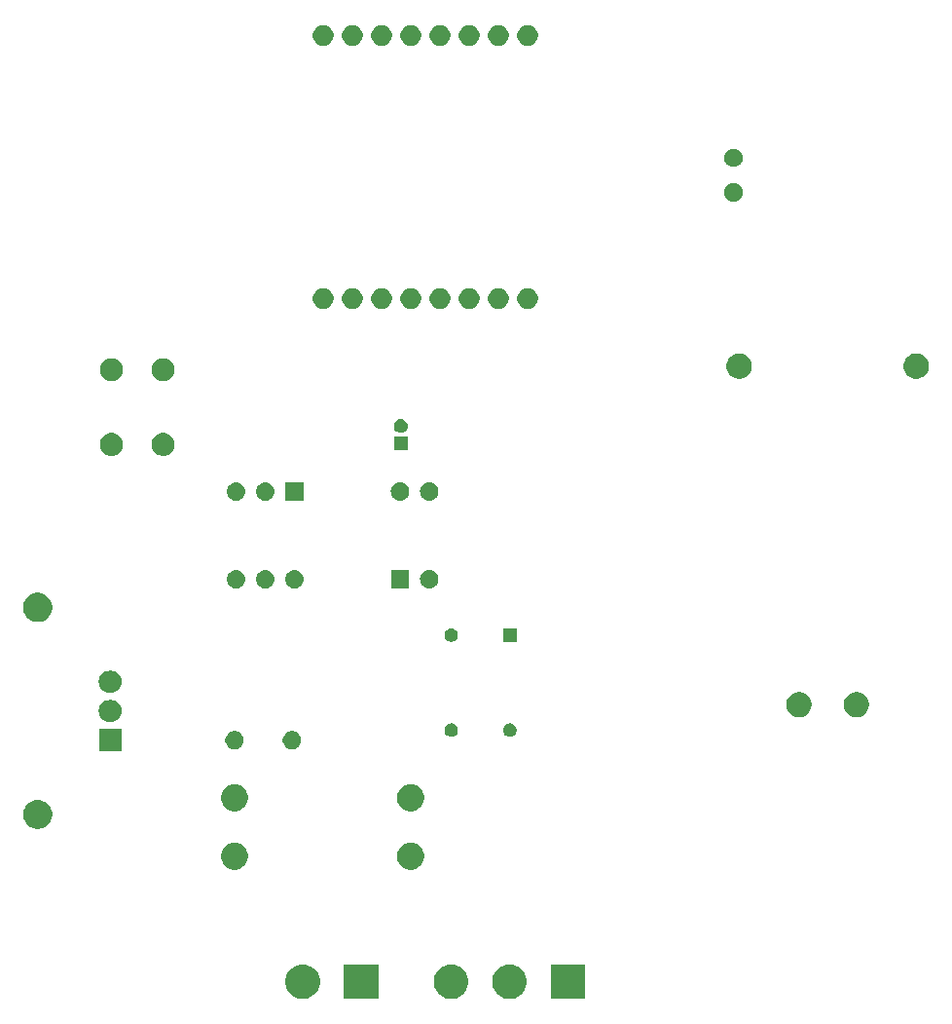
<source format=gbr>
G04 #@! TF.GenerationSoftware,KiCad,Pcbnew,5.0.2+dfsg1-1*
G04 #@! TF.CreationDate,2019-06-14T16:53:16+02:00*
G04 #@! TF.ProjectId,mains-light-controller,6d61696e-732d-46c6-9967-68742d636f6e,v1.0.1*
G04 #@! TF.SameCoordinates,Original*
G04 #@! TF.FileFunction,Soldermask,Bot*
G04 #@! TF.FilePolarity,Negative*
%FSLAX46Y46*%
G04 Gerber Fmt 4.6, Leading zero omitted, Abs format (unit mm)*
G04 Created by KiCad (PCBNEW 5.0.2+dfsg1-1) date fre 14 jun 2019 16:53:16 CEST*
%MOMM*%
%LPD*%
G01*
G04 APERTURE LIST*
%ADD10C,0.100000*%
G04 APERTURE END LIST*
D10*
G36*
X78900000Y-105300000D02*
X75900000Y-105300000D01*
X75900000Y-102300000D01*
X78900000Y-102300000D01*
X78900000Y-105300000D01*
X78900000Y-105300000D01*
G37*
G36*
X60900000Y-105300000D02*
X57900000Y-105300000D01*
X57900000Y-102300000D01*
X60900000Y-102300000D01*
X60900000Y-105300000D01*
X60900000Y-105300000D01*
G37*
G36*
X54660935Y-102338429D02*
X54757534Y-102357644D01*
X55030517Y-102470717D01*
X55272920Y-102632687D01*
X55276197Y-102634876D01*
X55485124Y-102843803D01*
X55649284Y-103089485D01*
X55762356Y-103362467D01*
X55820000Y-103652261D01*
X55820000Y-103947739D01*
X55762356Y-104237533D01*
X55649284Y-104510515D01*
X55485124Y-104756197D01*
X55276197Y-104965124D01*
X55276194Y-104965126D01*
X55030517Y-105129283D01*
X54757534Y-105242356D01*
X54660935Y-105261571D01*
X54467739Y-105300000D01*
X54172261Y-105300000D01*
X53979065Y-105261571D01*
X53882466Y-105242356D01*
X53609483Y-105129283D01*
X53363806Y-104965126D01*
X53363803Y-104965124D01*
X53154876Y-104756197D01*
X52990716Y-104510515D01*
X52877644Y-104237533D01*
X52820000Y-103947739D01*
X52820000Y-103652261D01*
X52877644Y-103362467D01*
X52990716Y-103089485D01*
X53154876Y-102843803D01*
X53363803Y-102634876D01*
X53367080Y-102632687D01*
X53609483Y-102470717D01*
X53882466Y-102357644D01*
X53979065Y-102338429D01*
X54172261Y-102300000D01*
X54467739Y-102300000D01*
X54660935Y-102338429D01*
X54660935Y-102338429D01*
G37*
G36*
X72660935Y-102338429D02*
X72757534Y-102357644D01*
X73030517Y-102470717D01*
X73272920Y-102632687D01*
X73276197Y-102634876D01*
X73485124Y-102843803D01*
X73649284Y-103089485D01*
X73762356Y-103362467D01*
X73820000Y-103652261D01*
X73820000Y-103947739D01*
X73762356Y-104237533D01*
X73649284Y-104510515D01*
X73485124Y-104756197D01*
X73276197Y-104965124D01*
X73276194Y-104965126D01*
X73030517Y-105129283D01*
X72757534Y-105242356D01*
X72660935Y-105261571D01*
X72467739Y-105300000D01*
X72172261Y-105300000D01*
X71979065Y-105261571D01*
X71882466Y-105242356D01*
X71609483Y-105129283D01*
X71363806Y-104965126D01*
X71363803Y-104965124D01*
X71154876Y-104756197D01*
X70990716Y-104510515D01*
X70877644Y-104237533D01*
X70820000Y-103947739D01*
X70820000Y-103652261D01*
X70877644Y-103362467D01*
X70990716Y-103089485D01*
X71154876Y-102843803D01*
X71363803Y-102634876D01*
X71367080Y-102632687D01*
X71609483Y-102470717D01*
X71882466Y-102357644D01*
X71979065Y-102338429D01*
X72172261Y-102300000D01*
X72467739Y-102300000D01*
X72660935Y-102338429D01*
X72660935Y-102338429D01*
G37*
G36*
X67580935Y-102338429D02*
X67677534Y-102357644D01*
X67950517Y-102470717D01*
X68192920Y-102632687D01*
X68196197Y-102634876D01*
X68405124Y-102843803D01*
X68569284Y-103089485D01*
X68682356Y-103362467D01*
X68740000Y-103652261D01*
X68740000Y-103947739D01*
X68682356Y-104237533D01*
X68569284Y-104510515D01*
X68405124Y-104756197D01*
X68196197Y-104965124D01*
X68196194Y-104965126D01*
X67950517Y-105129283D01*
X67677534Y-105242356D01*
X67580935Y-105261571D01*
X67387739Y-105300000D01*
X67092261Y-105300000D01*
X66899065Y-105261571D01*
X66802466Y-105242356D01*
X66529483Y-105129283D01*
X66283806Y-104965126D01*
X66283803Y-104965124D01*
X66074876Y-104756197D01*
X65910716Y-104510515D01*
X65797644Y-104237533D01*
X65740000Y-103947739D01*
X65740000Y-103652261D01*
X65797644Y-103362467D01*
X65910716Y-103089485D01*
X66074876Y-102843803D01*
X66283803Y-102634876D01*
X66287080Y-102632687D01*
X66529483Y-102470717D01*
X66802466Y-102357644D01*
X66899065Y-102338429D01*
X67092261Y-102300000D01*
X67387739Y-102300000D01*
X67580935Y-102338429D01*
X67580935Y-102338429D01*
G37*
G36*
X48742732Y-91750154D02*
X48742734Y-91750155D01*
X48742735Y-91750155D01*
X48821725Y-91782874D01*
X48956572Y-91838729D01*
X49149022Y-91967320D01*
X49312680Y-92130978D01*
X49441271Y-92323428D01*
X49529846Y-92537268D01*
X49575000Y-92764271D01*
X49575000Y-92995729D01*
X49529846Y-93222732D01*
X49441271Y-93436572D01*
X49312680Y-93629022D01*
X49149022Y-93792680D01*
X48956572Y-93921271D01*
X48821725Y-93977126D01*
X48742735Y-94009845D01*
X48742734Y-94009845D01*
X48742732Y-94009846D01*
X48515729Y-94055000D01*
X48284271Y-94055000D01*
X48057268Y-94009846D01*
X48057266Y-94009845D01*
X48057265Y-94009845D01*
X47978275Y-93977126D01*
X47843428Y-93921271D01*
X47650978Y-93792680D01*
X47487320Y-93629022D01*
X47358729Y-93436572D01*
X47270154Y-93222732D01*
X47225000Y-92995729D01*
X47225000Y-92764271D01*
X47270154Y-92537268D01*
X47358729Y-92323428D01*
X47487320Y-92130978D01*
X47650978Y-91967320D01*
X47843428Y-91838729D01*
X47978275Y-91782874D01*
X48057265Y-91750155D01*
X48057266Y-91750155D01*
X48057268Y-91750154D01*
X48284271Y-91705000D01*
X48515729Y-91705000D01*
X48742732Y-91750154D01*
X48742732Y-91750154D01*
G37*
G36*
X64062732Y-91750154D02*
X64062734Y-91750155D01*
X64062735Y-91750155D01*
X64141725Y-91782874D01*
X64276572Y-91838729D01*
X64469022Y-91967320D01*
X64632680Y-92130978D01*
X64761271Y-92323428D01*
X64849846Y-92537268D01*
X64895000Y-92764271D01*
X64895000Y-92995729D01*
X64849846Y-93222732D01*
X64761271Y-93436572D01*
X64632680Y-93629022D01*
X64469022Y-93792680D01*
X64276572Y-93921271D01*
X64141725Y-93977126D01*
X64062735Y-94009845D01*
X64062734Y-94009845D01*
X64062732Y-94009846D01*
X63835729Y-94055000D01*
X63604271Y-94055000D01*
X63377268Y-94009846D01*
X63377266Y-94009845D01*
X63377265Y-94009845D01*
X63298275Y-93977126D01*
X63163428Y-93921271D01*
X62970978Y-93792680D01*
X62807320Y-93629022D01*
X62678729Y-93436572D01*
X62590154Y-93222732D01*
X62545000Y-92995729D01*
X62545000Y-92764271D01*
X62590154Y-92537268D01*
X62678729Y-92323428D01*
X62807320Y-92130978D01*
X62970978Y-91967320D01*
X63163428Y-91838729D01*
X63298275Y-91782874D01*
X63377265Y-91750155D01*
X63377266Y-91750155D01*
X63377268Y-91750154D01*
X63604271Y-91705000D01*
X63835729Y-91705000D01*
X64062732Y-91750154D01*
X64062732Y-91750154D01*
G37*
G36*
X31576839Y-88030332D02*
X31658111Y-88046498D01*
X31887780Y-88141630D01*
X32093084Y-88278810D01*
X32094480Y-88279743D01*
X32270256Y-88455519D01*
X32270258Y-88455522D01*
X32408369Y-88662219D01*
X32503501Y-88891888D01*
X32551999Y-89135704D01*
X32551999Y-89384296D01*
X32503501Y-89628112D01*
X32408369Y-89857781D01*
X32271189Y-90063085D01*
X32270256Y-90064481D01*
X32094480Y-90240257D01*
X32094477Y-90240259D01*
X31887780Y-90378370D01*
X31658111Y-90473502D01*
X31576839Y-90489668D01*
X31414297Y-90522000D01*
X31165701Y-90522000D01*
X31003159Y-90489668D01*
X30921887Y-90473502D01*
X30692218Y-90378370D01*
X30485521Y-90240259D01*
X30485518Y-90240257D01*
X30309742Y-90064481D01*
X30308809Y-90063085D01*
X30171629Y-89857781D01*
X30076497Y-89628112D01*
X30027999Y-89384296D01*
X30027999Y-89135704D01*
X30076497Y-88891888D01*
X30171629Y-88662219D01*
X30309740Y-88455522D01*
X30309742Y-88455519D01*
X30485518Y-88279743D01*
X30486914Y-88278810D01*
X30692218Y-88141630D01*
X30921887Y-88046498D01*
X31003159Y-88030332D01*
X31165701Y-87998000D01*
X31414297Y-87998000D01*
X31576839Y-88030332D01*
X31576839Y-88030332D01*
G37*
G36*
X64062732Y-86670154D02*
X64062734Y-86670155D01*
X64062735Y-86670155D01*
X64141725Y-86702874D01*
X64276572Y-86758729D01*
X64469022Y-86887320D01*
X64632680Y-87050978D01*
X64761271Y-87243428D01*
X64849846Y-87457268D01*
X64895000Y-87684271D01*
X64895000Y-87915729D01*
X64849846Y-88142732D01*
X64761271Y-88356572D01*
X64632680Y-88549022D01*
X64469022Y-88712680D01*
X64276572Y-88841271D01*
X64154371Y-88891888D01*
X64062735Y-88929845D01*
X64062734Y-88929845D01*
X64062732Y-88929846D01*
X63835729Y-88975000D01*
X63604271Y-88975000D01*
X63377268Y-88929846D01*
X63377266Y-88929845D01*
X63377265Y-88929845D01*
X63285629Y-88891888D01*
X63163428Y-88841271D01*
X62970978Y-88712680D01*
X62807320Y-88549022D01*
X62678729Y-88356572D01*
X62590154Y-88142732D01*
X62545000Y-87915729D01*
X62545000Y-87684271D01*
X62590154Y-87457268D01*
X62678729Y-87243428D01*
X62807320Y-87050978D01*
X62970978Y-86887320D01*
X63163428Y-86758729D01*
X63298275Y-86702874D01*
X63377265Y-86670155D01*
X63377266Y-86670155D01*
X63377268Y-86670154D01*
X63604271Y-86625000D01*
X63835729Y-86625000D01*
X64062732Y-86670154D01*
X64062732Y-86670154D01*
G37*
G36*
X48742732Y-86670154D02*
X48742734Y-86670155D01*
X48742735Y-86670155D01*
X48821725Y-86702874D01*
X48956572Y-86758729D01*
X49149022Y-86887320D01*
X49312680Y-87050978D01*
X49441271Y-87243428D01*
X49529846Y-87457268D01*
X49575000Y-87684271D01*
X49575000Y-87915729D01*
X49529846Y-88142732D01*
X49441271Y-88356572D01*
X49312680Y-88549022D01*
X49149022Y-88712680D01*
X48956572Y-88841271D01*
X48834371Y-88891888D01*
X48742735Y-88929845D01*
X48742734Y-88929845D01*
X48742732Y-88929846D01*
X48515729Y-88975000D01*
X48284271Y-88975000D01*
X48057268Y-88929846D01*
X48057266Y-88929845D01*
X48057265Y-88929845D01*
X47965629Y-88891888D01*
X47843428Y-88841271D01*
X47650978Y-88712680D01*
X47487320Y-88549022D01*
X47358729Y-88356572D01*
X47270154Y-88142732D01*
X47225000Y-87915729D01*
X47225000Y-87684271D01*
X47270154Y-87457268D01*
X47358729Y-87243428D01*
X47487320Y-87050978D01*
X47650978Y-86887320D01*
X47843428Y-86758729D01*
X47978275Y-86702874D01*
X48057265Y-86670155D01*
X48057266Y-86670155D01*
X48057268Y-86670154D01*
X48284271Y-86625000D01*
X48515729Y-86625000D01*
X48742732Y-86670154D01*
X48742732Y-86670154D01*
G37*
G36*
X38600000Y-83752500D02*
X36600000Y-83752500D01*
X36600000Y-81847500D01*
X38600000Y-81847500D01*
X38600000Y-83752500D01*
X38600000Y-83752500D01*
G37*
G36*
X53633352Y-82030743D02*
X53778941Y-82091048D01*
X53909973Y-82178601D01*
X54021399Y-82290027D01*
X54108952Y-82421059D01*
X54169257Y-82566648D01*
X54200000Y-82721205D01*
X54200000Y-82878795D01*
X54169257Y-83033352D01*
X54108952Y-83178941D01*
X54021399Y-83309973D01*
X53909973Y-83421399D01*
X53778941Y-83508952D01*
X53633352Y-83569257D01*
X53478795Y-83600000D01*
X53321205Y-83600000D01*
X53166648Y-83569257D01*
X53021059Y-83508952D01*
X52890027Y-83421399D01*
X52778601Y-83309973D01*
X52691048Y-83178941D01*
X52630743Y-83033352D01*
X52600000Y-82878795D01*
X52600000Y-82721205D01*
X52630743Y-82566648D01*
X52691048Y-82421059D01*
X52778601Y-82290027D01*
X52890027Y-82178601D01*
X53021059Y-82091048D01*
X53166648Y-82030743D01*
X53321205Y-82000000D01*
X53478795Y-82000000D01*
X53633352Y-82030743D01*
X53633352Y-82030743D01*
G37*
G36*
X48633352Y-82030743D02*
X48778941Y-82091048D01*
X48909973Y-82178601D01*
X49021399Y-82290027D01*
X49108952Y-82421059D01*
X49169257Y-82566648D01*
X49200000Y-82721205D01*
X49200000Y-82878795D01*
X49169257Y-83033352D01*
X49108952Y-83178941D01*
X49021399Y-83309973D01*
X48909973Y-83421399D01*
X48778941Y-83508952D01*
X48633352Y-83569257D01*
X48478795Y-83600000D01*
X48321205Y-83600000D01*
X48166648Y-83569257D01*
X48021059Y-83508952D01*
X47890027Y-83421399D01*
X47778601Y-83309973D01*
X47691048Y-83178941D01*
X47630743Y-83033352D01*
X47600000Y-82878795D01*
X47600000Y-82721205D01*
X47630743Y-82566648D01*
X47691048Y-82421059D01*
X47778601Y-82290027D01*
X47890027Y-82178601D01*
X48021059Y-82091048D01*
X48166648Y-82030743D01*
X48321205Y-82000000D01*
X48478795Y-82000000D01*
X48633352Y-82030743D01*
X48633352Y-82030743D01*
G37*
G36*
X67419180Y-81367289D02*
X67524734Y-81411011D01*
X67619729Y-81474485D01*
X67700515Y-81555271D01*
X67763989Y-81650266D01*
X67807711Y-81755820D01*
X67830000Y-81867874D01*
X67830000Y-81982126D01*
X67807711Y-82094180D01*
X67763989Y-82199734D01*
X67700515Y-82294729D01*
X67619729Y-82375515D01*
X67524734Y-82438989D01*
X67419180Y-82482711D01*
X67307126Y-82505000D01*
X67192874Y-82505000D01*
X67080820Y-82482711D01*
X66975266Y-82438989D01*
X66880271Y-82375515D01*
X66799485Y-82294729D01*
X66736011Y-82199734D01*
X66692289Y-82094180D01*
X66670000Y-81982126D01*
X66670000Y-81867874D01*
X66692289Y-81755820D01*
X66736011Y-81650266D01*
X66799485Y-81555271D01*
X66880271Y-81474485D01*
X66975266Y-81411011D01*
X67080820Y-81367289D01*
X67192874Y-81345000D01*
X67307126Y-81345000D01*
X67419180Y-81367289D01*
X67419180Y-81367289D01*
G37*
G36*
X72519180Y-81367289D02*
X72624734Y-81411011D01*
X72719729Y-81474485D01*
X72800515Y-81555271D01*
X72863989Y-81650266D01*
X72907711Y-81755820D01*
X72930000Y-81867874D01*
X72930000Y-81982126D01*
X72907711Y-82094180D01*
X72863989Y-82199734D01*
X72800515Y-82294729D01*
X72719729Y-82375515D01*
X72624734Y-82438989D01*
X72519180Y-82482711D01*
X72407126Y-82505000D01*
X72292874Y-82505000D01*
X72180820Y-82482711D01*
X72075266Y-82438989D01*
X71980271Y-82375515D01*
X71899485Y-82294729D01*
X71836011Y-82199734D01*
X71792289Y-82094180D01*
X71770000Y-81982126D01*
X71770000Y-81867874D01*
X71792289Y-81755820D01*
X71836011Y-81650266D01*
X71899485Y-81555271D01*
X71980271Y-81474485D01*
X72075266Y-81411011D01*
X72180820Y-81367289D01*
X72292874Y-81345000D01*
X72407126Y-81345000D01*
X72519180Y-81367289D01*
X72519180Y-81367289D01*
G37*
G36*
X37834224Y-79321282D02*
X38013769Y-79375747D01*
X38179241Y-79464193D01*
X38324278Y-79583222D01*
X38443307Y-79728259D01*
X38531753Y-79893731D01*
X38586218Y-80073276D01*
X38604608Y-80260000D01*
X38586218Y-80446724D01*
X38531753Y-80626269D01*
X38443307Y-80791741D01*
X38324278Y-80936778D01*
X38179241Y-81055807D01*
X38013769Y-81144253D01*
X37834224Y-81198718D01*
X37694289Y-81212500D01*
X37505711Y-81212500D01*
X37365776Y-81198718D01*
X37186231Y-81144253D01*
X37020759Y-81055807D01*
X36875722Y-80936778D01*
X36756693Y-80791741D01*
X36668247Y-80626269D01*
X36613782Y-80446724D01*
X36595392Y-80260000D01*
X36613782Y-80073276D01*
X36668247Y-79893731D01*
X36756693Y-79728259D01*
X36875722Y-79583222D01*
X37020759Y-79464193D01*
X37186231Y-79375747D01*
X37365776Y-79321282D01*
X37505711Y-79307500D01*
X37694289Y-79307500D01*
X37834224Y-79321282D01*
X37834224Y-79321282D01*
G37*
G36*
X97820857Y-78642272D02*
X98021042Y-78725191D01*
X98201213Y-78845578D01*
X98354422Y-78998787D01*
X98474809Y-79178958D01*
X98557728Y-79379143D01*
X98600000Y-79591658D01*
X98600000Y-79808342D01*
X98557728Y-80020857D01*
X98474809Y-80221042D01*
X98354422Y-80401213D01*
X98201213Y-80554422D01*
X98021042Y-80674809D01*
X97820857Y-80757728D01*
X97608342Y-80800000D01*
X97391658Y-80800000D01*
X97179143Y-80757728D01*
X96978958Y-80674809D01*
X96798787Y-80554422D01*
X96645578Y-80401213D01*
X96525191Y-80221042D01*
X96442272Y-80020857D01*
X96400000Y-79808342D01*
X96400000Y-79591658D01*
X96442272Y-79379143D01*
X96525191Y-79178958D01*
X96645578Y-78998787D01*
X96798787Y-78845578D01*
X96978958Y-78725191D01*
X97179143Y-78642272D01*
X97391658Y-78600000D01*
X97608342Y-78600000D01*
X97820857Y-78642272D01*
X97820857Y-78642272D01*
G37*
G36*
X102820857Y-78642272D02*
X103021042Y-78725191D01*
X103201213Y-78845578D01*
X103354422Y-78998787D01*
X103474809Y-79178958D01*
X103557728Y-79379143D01*
X103600000Y-79591658D01*
X103600000Y-79808342D01*
X103557728Y-80020857D01*
X103474809Y-80221042D01*
X103354422Y-80401213D01*
X103201213Y-80554422D01*
X103021042Y-80674809D01*
X102820857Y-80757728D01*
X102608342Y-80800000D01*
X102391658Y-80800000D01*
X102179143Y-80757728D01*
X101978958Y-80674809D01*
X101798787Y-80554422D01*
X101645578Y-80401213D01*
X101525191Y-80221042D01*
X101442272Y-80020857D01*
X101400000Y-79808342D01*
X101400000Y-79591658D01*
X101442272Y-79379143D01*
X101525191Y-79178958D01*
X101645578Y-78998787D01*
X101798787Y-78845578D01*
X101978958Y-78725191D01*
X102179143Y-78642272D01*
X102391658Y-78600000D01*
X102608342Y-78600000D01*
X102820857Y-78642272D01*
X102820857Y-78642272D01*
G37*
G36*
X37834224Y-76781282D02*
X38013769Y-76835747D01*
X38179241Y-76924193D01*
X38324278Y-77043222D01*
X38443307Y-77188259D01*
X38531753Y-77353731D01*
X38586218Y-77533276D01*
X38604608Y-77720000D01*
X38586218Y-77906724D01*
X38531753Y-78086269D01*
X38443307Y-78251741D01*
X38324278Y-78396778D01*
X38179241Y-78515807D01*
X38013769Y-78604253D01*
X37834224Y-78658718D01*
X37694289Y-78672500D01*
X37505711Y-78672500D01*
X37365776Y-78658718D01*
X37186231Y-78604253D01*
X37020759Y-78515807D01*
X36875722Y-78396778D01*
X36756693Y-78251741D01*
X36668247Y-78086269D01*
X36613782Y-77906724D01*
X36595392Y-77720000D01*
X36613782Y-77533276D01*
X36668247Y-77353731D01*
X36756693Y-77188259D01*
X36875722Y-77043222D01*
X37020759Y-76924193D01*
X37186231Y-76835747D01*
X37365776Y-76781282D01*
X37505711Y-76767500D01*
X37694289Y-76767500D01*
X37834224Y-76781282D01*
X37834224Y-76781282D01*
G37*
G36*
X67419180Y-73117289D02*
X67524734Y-73161011D01*
X67619729Y-73224485D01*
X67700515Y-73305271D01*
X67763989Y-73400266D01*
X67807711Y-73505820D01*
X67830000Y-73617874D01*
X67830000Y-73732126D01*
X67807711Y-73844180D01*
X67763989Y-73949734D01*
X67700515Y-74044729D01*
X67619729Y-74125515D01*
X67524734Y-74188989D01*
X67419180Y-74232711D01*
X67307126Y-74255000D01*
X67192874Y-74255000D01*
X67080820Y-74232711D01*
X66975266Y-74188989D01*
X66880271Y-74125515D01*
X66799485Y-74044729D01*
X66736011Y-73949734D01*
X66692289Y-73844180D01*
X66670000Y-73732126D01*
X66670000Y-73617874D01*
X66692289Y-73505820D01*
X66736011Y-73400266D01*
X66799485Y-73305271D01*
X66880271Y-73224485D01*
X66975266Y-73161011D01*
X67080820Y-73117289D01*
X67192874Y-73095000D01*
X67307126Y-73095000D01*
X67419180Y-73117289D01*
X67419180Y-73117289D01*
G37*
G36*
X72930000Y-74255000D02*
X71770000Y-74255000D01*
X71770000Y-73095000D01*
X72930000Y-73095000D01*
X72930000Y-74255000D01*
X72930000Y-74255000D01*
G37*
G36*
X31576840Y-70030332D02*
X31658112Y-70046498D01*
X31887781Y-70141630D01*
X32093085Y-70278810D01*
X32094481Y-70279743D01*
X32270257Y-70455519D01*
X32270259Y-70455522D01*
X32408370Y-70662219D01*
X32503502Y-70891888D01*
X32552000Y-71135704D01*
X32552000Y-71384296D01*
X32503502Y-71628112D01*
X32408370Y-71857781D01*
X32271190Y-72063085D01*
X32270257Y-72064481D01*
X32094481Y-72240257D01*
X32094478Y-72240259D01*
X31887781Y-72378370D01*
X31658112Y-72473502D01*
X31576840Y-72489668D01*
X31414298Y-72522000D01*
X31165702Y-72522000D01*
X31003160Y-72489668D01*
X30921888Y-72473502D01*
X30692219Y-72378370D01*
X30485522Y-72240259D01*
X30485519Y-72240257D01*
X30309743Y-72064481D01*
X30308810Y-72063085D01*
X30171630Y-71857781D01*
X30076498Y-71628112D01*
X30028000Y-71384296D01*
X30028000Y-71135704D01*
X30076498Y-70891888D01*
X30171630Y-70662219D01*
X30309741Y-70455522D01*
X30309743Y-70455519D01*
X30485519Y-70279743D01*
X30486915Y-70278810D01*
X30692219Y-70141630D01*
X30921888Y-70046498D01*
X31003160Y-70030332D01*
X31165702Y-69998000D01*
X31414298Y-69998000D01*
X31576840Y-70030332D01*
X31576840Y-70030332D01*
G37*
G36*
X48637649Y-68027717D02*
X48676827Y-68031576D01*
X48752227Y-68054448D01*
X48827629Y-68077321D01*
X48966608Y-68151608D01*
X49088422Y-68251578D01*
X49188392Y-68373392D01*
X49262679Y-68512371D01*
X49308424Y-68663174D01*
X49323870Y-68820000D01*
X49308424Y-68976826D01*
X49262679Y-69127629D01*
X49188392Y-69266608D01*
X49088422Y-69388422D01*
X48966608Y-69488392D01*
X48827629Y-69562679D01*
X48752228Y-69585551D01*
X48676827Y-69608424D01*
X48637649Y-69612283D01*
X48559295Y-69620000D01*
X48480705Y-69620000D01*
X48402351Y-69612283D01*
X48363173Y-69608424D01*
X48287772Y-69585551D01*
X48212371Y-69562679D01*
X48073392Y-69488392D01*
X47951578Y-69388422D01*
X47851608Y-69266608D01*
X47777321Y-69127629D01*
X47731576Y-68976826D01*
X47716130Y-68820000D01*
X47731576Y-68663174D01*
X47777321Y-68512371D01*
X47851608Y-68373392D01*
X47951578Y-68251578D01*
X48073392Y-68151608D01*
X48212371Y-68077321D01*
X48287773Y-68054448D01*
X48363173Y-68031576D01*
X48402351Y-68027717D01*
X48480705Y-68020000D01*
X48559295Y-68020000D01*
X48637649Y-68027717D01*
X48637649Y-68027717D01*
G37*
G36*
X51177649Y-68027717D02*
X51216827Y-68031576D01*
X51292227Y-68054448D01*
X51367629Y-68077321D01*
X51506608Y-68151608D01*
X51628422Y-68251578D01*
X51728392Y-68373392D01*
X51802679Y-68512371D01*
X51848424Y-68663174D01*
X51863870Y-68820000D01*
X51848424Y-68976826D01*
X51802679Y-69127629D01*
X51728392Y-69266608D01*
X51628422Y-69388422D01*
X51506608Y-69488392D01*
X51367629Y-69562679D01*
X51292228Y-69585551D01*
X51216827Y-69608424D01*
X51177649Y-69612283D01*
X51099295Y-69620000D01*
X51020705Y-69620000D01*
X50942351Y-69612283D01*
X50903173Y-69608424D01*
X50827772Y-69585551D01*
X50752371Y-69562679D01*
X50613392Y-69488392D01*
X50491578Y-69388422D01*
X50391608Y-69266608D01*
X50317321Y-69127629D01*
X50271576Y-68976826D01*
X50256130Y-68820000D01*
X50271576Y-68663174D01*
X50317321Y-68512371D01*
X50391608Y-68373392D01*
X50491578Y-68251578D01*
X50613392Y-68151608D01*
X50752371Y-68077321D01*
X50827773Y-68054448D01*
X50903173Y-68031576D01*
X50942351Y-68027717D01*
X51020705Y-68020000D01*
X51099295Y-68020000D01*
X51177649Y-68027717D01*
X51177649Y-68027717D01*
G37*
G36*
X53717649Y-68027717D02*
X53756827Y-68031576D01*
X53832227Y-68054448D01*
X53907629Y-68077321D01*
X54046608Y-68151608D01*
X54168422Y-68251578D01*
X54268392Y-68373392D01*
X54342679Y-68512371D01*
X54388424Y-68663174D01*
X54403870Y-68820000D01*
X54388424Y-68976826D01*
X54342679Y-69127629D01*
X54268392Y-69266608D01*
X54168422Y-69388422D01*
X54046608Y-69488392D01*
X53907629Y-69562679D01*
X53832228Y-69585551D01*
X53756827Y-69608424D01*
X53717649Y-69612283D01*
X53639295Y-69620000D01*
X53560705Y-69620000D01*
X53482351Y-69612283D01*
X53443173Y-69608424D01*
X53367772Y-69585551D01*
X53292371Y-69562679D01*
X53153392Y-69488392D01*
X53031578Y-69388422D01*
X52931608Y-69266608D01*
X52857321Y-69127629D01*
X52811576Y-68976826D01*
X52796130Y-68820000D01*
X52811576Y-68663174D01*
X52857321Y-68512371D01*
X52931608Y-68373392D01*
X53031578Y-68251578D01*
X53153392Y-68151608D01*
X53292371Y-68077321D01*
X53367773Y-68054448D01*
X53443173Y-68031576D01*
X53482351Y-68027717D01*
X53560705Y-68020000D01*
X53639295Y-68020000D01*
X53717649Y-68027717D01*
X53717649Y-68027717D01*
G37*
G36*
X65457649Y-68007717D02*
X65496827Y-68011576D01*
X65524597Y-68020000D01*
X65647629Y-68057321D01*
X65786608Y-68131608D01*
X65908422Y-68231578D01*
X66008392Y-68353392D01*
X66082679Y-68492371D01*
X66128424Y-68643174D01*
X66143870Y-68800000D01*
X66128424Y-68956826D01*
X66082679Y-69107629D01*
X66008392Y-69246608D01*
X65908422Y-69368422D01*
X65786608Y-69468392D01*
X65647629Y-69542679D01*
X65581697Y-69562679D01*
X65496827Y-69588424D01*
X65457649Y-69592283D01*
X65379295Y-69600000D01*
X65300705Y-69600000D01*
X65222351Y-69592283D01*
X65183173Y-69588424D01*
X65098303Y-69562679D01*
X65032371Y-69542679D01*
X64893392Y-69468392D01*
X64771578Y-69368422D01*
X64671608Y-69246608D01*
X64597321Y-69107629D01*
X64551576Y-68956826D01*
X64536130Y-68800000D01*
X64551576Y-68643174D01*
X64597321Y-68492371D01*
X64671608Y-68353392D01*
X64771578Y-68231578D01*
X64893392Y-68131608D01*
X65032371Y-68057321D01*
X65155403Y-68020000D01*
X65183173Y-68011576D01*
X65222351Y-68007717D01*
X65300705Y-68000000D01*
X65379295Y-68000000D01*
X65457649Y-68007717D01*
X65457649Y-68007717D01*
G37*
G36*
X63600000Y-69600000D02*
X62000000Y-69600000D01*
X62000000Y-68000000D01*
X63600000Y-68000000D01*
X63600000Y-69600000D01*
X63600000Y-69600000D01*
G37*
G36*
X48637649Y-60407717D02*
X48676827Y-60411576D01*
X48752227Y-60434448D01*
X48827629Y-60457321D01*
X48966608Y-60531608D01*
X49088422Y-60631578D01*
X49188392Y-60753392D01*
X49262679Y-60892371D01*
X49308424Y-61043174D01*
X49323870Y-61200000D01*
X49308424Y-61356826D01*
X49262679Y-61507629D01*
X49188392Y-61646608D01*
X49088422Y-61768422D01*
X48966608Y-61868392D01*
X48827629Y-61942679D01*
X48752228Y-61965551D01*
X48676827Y-61988424D01*
X48637649Y-61992283D01*
X48559295Y-62000000D01*
X48480705Y-62000000D01*
X48402351Y-61992283D01*
X48363173Y-61988424D01*
X48287772Y-61965551D01*
X48212371Y-61942679D01*
X48073392Y-61868392D01*
X47951578Y-61768422D01*
X47851608Y-61646608D01*
X47777321Y-61507629D01*
X47731576Y-61356826D01*
X47716130Y-61200000D01*
X47731576Y-61043174D01*
X47777321Y-60892371D01*
X47851608Y-60753392D01*
X47951578Y-60631578D01*
X48073392Y-60531608D01*
X48212371Y-60457321D01*
X48287773Y-60434448D01*
X48363173Y-60411576D01*
X48402351Y-60407717D01*
X48480705Y-60400000D01*
X48559295Y-60400000D01*
X48637649Y-60407717D01*
X48637649Y-60407717D01*
G37*
G36*
X51177649Y-60407717D02*
X51216827Y-60411576D01*
X51292227Y-60434448D01*
X51367629Y-60457321D01*
X51506608Y-60531608D01*
X51628422Y-60631578D01*
X51728392Y-60753392D01*
X51802679Y-60892371D01*
X51848424Y-61043174D01*
X51863870Y-61200000D01*
X51848424Y-61356826D01*
X51802679Y-61507629D01*
X51728392Y-61646608D01*
X51628422Y-61768422D01*
X51506608Y-61868392D01*
X51367629Y-61942679D01*
X51292228Y-61965551D01*
X51216827Y-61988424D01*
X51177649Y-61992283D01*
X51099295Y-62000000D01*
X51020705Y-62000000D01*
X50942351Y-61992283D01*
X50903173Y-61988424D01*
X50827772Y-61965551D01*
X50752371Y-61942679D01*
X50613392Y-61868392D01*
X50491578Y-61768422D01*
X50391608Y-61646608D01*
X50317321Y-61507629D01*
X50271576Y-61356826D01*
X50256130Y-61200000D01*
X50271576Y-61043174D01*
X50317321Y-60892371D01*
X50391608Y-60753392D01*
X50491578Y-60631578D01*
X50613392Y-60531608D01*
X50752371Y-60457321D01*
X50827773Y-60434448D01*
X50903173Y-60411576D01*
X50942351Y-60407717D01*
X51020705Y-60400000D01*
X51099295Y-60400000D01*
X51177649Y-60407717D01*
X51177649Y-60407717D01*
G37*
G36*
X54400000Y-62000000D02*
X52800000Y-62000000D01*
X52800000Y-60400000D01*
X54400000Y-60400000D01*
X54400000Y-62000000D01*
X54400000Y-62000000D01*
G37*
G36*
X65457649Y-60387717D02*
X65496827Y-60391576D01*
X65524597Y-60400000D01*
X65647629Y-60437321D01*
X65786608Y-60511608D01*
X65908422Y-60611578D01*
X66008392Y-60733392D01*
X66082679Y-60872371D01*
X66128424Y-61023174D01*
X66143870Y-61180000D01*
X66128424Y-61336826D01*
X66082679Y-61487629D01*
X66008392Y-61626608D01*
X65908422Y-61748422D01*
X65786608Y-61848392D01*
X65647629Y-61922679D01*
X65581697Y-61942679D01*
X65496827Y-61968424D01*
X65457649Y-61972283D01*
X65379295Y-61980000D01*
X65300705Y-61980000D01*
X65222351Y-61972283D01*
X65183173Y-61968424D01*
X65098303Y-61942679D01*
X65032371Y-61922679D01*
X64893392Y-61848392D01*
X64771578Y-61748422D01*
X64671608Y-61626608D01*
X64597321Y-61487629D01*
X64551576Y-61336826D01*
X64536130Y-61180000D01*
X64551576Y-61023174D01*
X64597321Y-60872371D01*
X64671608Y-60733392D01*
X64771578Y-60611578D01*
X64893392Y-60511608D01*
X65032371Y-60437321D01*
X65155403Y-60400000D01*
X65183173Y-60391576D01*
X65222351Y-60387717D01*
X65300705Y-60380000D01*
X65379295Y-60380000D01*
X65457649Y-60387717D01*
X65457649Y-60387717D01*
G37*
G36*
X62917649Y-60387717D02*
X62956827Y-60391576D01*
X62984597Y-60400000D01*
X63107629Y-60437321D01*
X63246608Y-60511608D01*
X63368422Y-60611578D01*
X63468392Y-60733392D01*
X63542679Y-60872371D01*
X63588424Y-61023174D01*
X63603870Y-61180000D01*
X63588424Y-61336826D01*
X63542679Y-61487629D01*
X63468392Y-61626608D01*
X63368422Y-61748422D01*
X63246608Y-61848392D01*
X63107629Y-61922679D01*
X63041697Y-61942679D01*
X62956827Y-61968424D01*
X62917649Y-61972283D01*
X62839295Y-61980000D01*
X62760705Y-61980000D01*
X62682351Y-61972283D01*
X62643173Y-61968424D01*
X62558303Y-61942679D01*
X62492371Y-61922679D01*
X62353392Y-61848392D01*
X62231578Y-61748422D01*
X62131608Y-61626608D01*
X62057321Y-61487629D01*
X62011576Y-61336826D01*
X61996130Y-61180000D01*
X62011576Y-61023174D01*
X62057321Y-60872371D01*
X62131608Y-60733392D01*
X62231578Y-60611578D01*
X62353392Y-60511608D01*
X62492371Y-60437321D01*
X62615403Y-60400000D01*
X62643173Y-60391576D01*
X62682351Y-60387717D01*
X62760705Y-60380000D01*
X62839295Y-60380000D01*
X62917649Y-60387717D01*
X62917649Y-60387717D01*
G37*
G36*
X37875770Y-56115372D02*
X37991689Y-56138429D01*
X38173678Y-56213811D01*
X38337463Y-56323249D01*
X38476751Y-56462537D01*
X38586189Y-56626322D01*
X38661571Y-56808311D01*
X38700000Y-57001509D01*
X38700000Y-57198491D01*
X38661571Y-57391689D01*
X38586189Y-57573678D01*
X38476751Y-57737463D01*
X38337463Y-57876751D01*
X38173678Y-57986189D01*
X37991689Y-58061571D01*
X37875770Y-58084628D01*
X37798493Y-58100000D01*
X37601507Y-58100000D01*
X37524230Y-58084628D01*
X37408311Y-58061571D01*
X37226322Y-57986189D01*
X37062537Y-57876751D01*
X36923249Y-57737463D01*
X36813811Y-57573678D01*
X36738429Y-57391689D01*
X36700000Y-57198491D01*
X36700000Y-57001509D01*
X36738429Y-56808311D01*
X36813811Y-56626322D01*
X36923249Y-56462537D01*
X37062537Y-56323249D01*
X37226322Y-56213811D01*
X37408311Y-56138429D01*
X37524230Y-56115372D01*
X37601507Y-56100000D01*
X37798493Y-56100000D01*
X37875770Y-56115372D01*
X37875770Y-56115372D01*
G37*
G36*
X42375770Y-56115372D02*
X42491689Y-56138429D01*
X42673678Y-56213811D01*
X42837463Y-56323249D01*
X42976751Y-56462537D01*
X43086189Y-56626322D01*
X43161571Y-56808311D01*
X43200000Y-57001509D01*
X43200000Y-57198491D01*
X43161571Y-57391689D01*
X43086189Y-57573678D01*
X42976751Y-57737463D01*
X42837463Y-57876751D01*
X42673678Y-57986189D01*
X42491689Y-58061571D01*
X42375770Y-58084628D01*
X42298493Y-58100000D01*
X42101507Y-58100000D01*
X42024230Y-58084628D01*
X41908311Y-58061571D01*
X41726322Y-57986189D01*
X41562537Y-57876751D01*
X41423249Y-57737463D01*
X41313811Y-57573678D01*
X41238429Y-57391689D01*
X41200000Y-57198491D01*
X41200000Y-57001509D01*
X41238429Y-56808311D01*
X41313811Y-56626322D01*
X41423249Y-56462537D01*
X41562537Y-56323249D01*
X41726322Y-56213811D01*
X41908311Y-56138429D01*
X42024230Y-56115372D01*
X42101507Y-56100000D01*
X42298493Y-56100000D01*
X42375770Y-56115372D01*
X42375770Y-56115372D01*
G37*
G36*
X63465000Y-57600000D02*
X62265000Y-57600000D01*
X62265000Y-56400000D01*
X63465000Y-56400000D01*
X63465000Y-57600000D01*
X63465000Y-57600000D01*
G37*
G36*
X63040012Y-54923057D02*
X63149207Y-54968287D01*
X63247481Y-55033952D01*
X63331048Y-55117519D01*
X63396713Y-55215793D01*
X63441943Y-55324988D01*
X63465000Y-55440904D01*
X63465000Y-55559096D01*
X63441943Y-55675012D01*
X63396713Y-55784207D01*
X63331048Y-55882481D01*
X63247481Y-55966048D01*
X63149207Y-56031713D01*
X63040012Y-56076943D01*
X62924096Y-56100000D01*
X62805904Y-56100000D01*
X62689988Y-56076943D01*
X62580793Y-56031713D01*
X62482519Y-55966048D01*
X62398952Y-55882481D01*
X62333287Y-55784207D01*
X62288057Y-55675012D01*
X62265000Y-55559096D01*
X62265000Y-55440904D01*
X62288057Y-55324988D01*
X62333287Y-55215793D01*
X62398952Y-55117519D01*
X62482519Y-55033952D01*
X62580793Y-54968287D01*
X62689988Y-54923057D01*
X62805904Y-54900000D01*
X62924096Y-54900000D01*
X63040012Y-54923057D01*
X63040012Y-54923057D01*
G37*
G36*
X42375770Y-49615372D02*
X42491689Y-49638429D01*
X42673678Y-49713811D01*
X42837463Y-49823249D01*
X42976751Y-49962537D01*
X43086189Y-50126322D01*
X43161571Y-50308311D01*
X43200000Y-50501509D01*
X43200000Y-50698491D01*
X43161571Y-50891689D01*
X43086189Y-51073678D01*
X42976751Y-51237463D01*
X42837463Y-51376751D01*
X42673678Y-51486189D01*
X42491689Y-51561571D01*
X42375770Y-51584628D01*
X42298493Y-51600000D01*
X42101507Y-51600000D01*
X42024230Y-51584628D01*
X41908311Y-51561571D01*
X41726322Y-51486189D01*
X41562537Y-51376751D01*
X41423249Y-51237463D01*
X41313811Y-51073678D01*
X41238429Y-50891689D01*
X41200000Y-50698491D01*
X41200000Y-50501509D01*
X41238429Y-50308311D01*
X41313811Y-50126322D01*
X41423249Y-49962537D01*
X41562537Y-49823249D01*
X41726322Y-49713811D01*
X41908311Y-49638429D01*
X42024230Y-49615372D01*
X42101507Y-49600000D01*
X42298493Y-49600000D01*
X42375770Y-49615372D01*
X42375770Y-49615372D01*
G37*
G36*
X37875770Y-49615372D02*
X37991689Y-49638429D01*
X38173678Y-49713811D01*
X38337463Y-49823249D01*
X38476751Y-49962537D01*
X38586189Y-50126322D01*
X38661571Y-50308311D01*
X38700000Y-50501509D01*
X38700000Y-50698491D01*
X38661571Y-50891689D01*
X38586189Y-51073678D01*
X38476751Y-51237463D01*
X38337463Y-51376751D01*
X38173678Y-51486189D01*
X37991689Y-51561571D01*
X37875770Y-51584628D01*
X37798493Y-51600000D01*
X37601507Y-51600000D01*
X37524230Y-51584628D01*
X37408311Y-51561571D01*
X37226322Y-51486189D01*
X37062537Y-51376751D01*
X36923249Y-51237463D01*
X36813811Y-51073678D01*
X36738429Y-50891689D01*
X36700000Y-50698491D01*
X36700000Y-50501509D01*
X36738429Y-50308311D01*
X36813811Y-50126322D01*
X36923249Y-49962537D01*
X37062537Y-49823249D01*
X37226322Y-49713811D01*
X37408311Y-49638429D01*
X37524230Y-49615372D01*
X37601507Y-49600000D01*
X37798493Y-49600000D01*
X37875770Y-49615372D01*
X37875770Y-49615372D01*
G37*
G36*
X108020857Y-49242272D02*
X108221042Y-49325191D01*
X108401213Y-49445578D01*
X108554422Y-49598787D01*
X108674809Y-49778958D01*
X108757728Y-49979143D01*
X108800000Y-50191658D01*
X108800000Y-50408342D01*
X108757728Y-50620857D01*
X108674809Y-50821042D01*
X108554422Y-51001213D01*
X108401213Y-51154422D01*
X108401210Y-51154424D01*
X108401209Y-51154425D01*
X108221045Y-51274807D01*
X108221042Y-51274809D01*
X108020857Y-51357728D01*
X107808342Y-51400000D01*
X107591658Y-51400000D01*
X107379143Y-51357728D01*
X107178958Y-51274809D01*
X107178955Y-51274807D01*
X106998791Y-51154425D01*
X106998790Y-51154424D01*
X106998787Y-51154422D01*
X106845578Y-51001213D01*
X106725191Y-50821042D01*
X106642272Y-50620857D01*
X106600000Y-50408342D01*
X106600000Y-50191658D01*
X106642272Y-49979143D01*
X106725191Y-49778958D01*
X106845578Y-49598787D01*
X106998787Y-49445578D01*
X107178958Y-49325191D01*
X107379143Y-49242272D01*
X107591658Y-49200000D01*
X107808342Y-49200000D01*
X108020857Y-49242272D01*
X108020857Y-49242272D01*
G37*
G36*
X92620857Y-49242272D02*
X92821042Y-49325191D01*
X93001213Y-49445578D01*
X93154422Y-49598787D01*
X93274809Y-49778958D01*
X93357728Y-49979143D01*
X93400000Y-50191658D01*
X93400000Y-50408342D01*
X93357728Y-50620857D01*
X93274809Y-50821042D01*
X93154422Y-51001213D01*
X93001213Y-51154422D01*
X93001210Y-51154424D01*
X93001209Y-51154425D01*
X92821045Y-51274807D01*
X92821042Y-51274809D01*
X92620857Y-51357728D01*
X92408342Y-51400000D01*
X92191658Y-51400000D01*
X91979143Y-51357728D01*
X91778958Y-51274809D01*
X91778955Y-51274807D01*
X91598791Y-51154425D01*
X91598790Y-51154424D01*
X91598787Y-51154422D01*
X91445578Y-51001213D01*
X91325191Y-50821042D01*
X91242272Y-50620857D01*
X91200000Y-50408342D01*
X91200000Y-50191658D01*
X91242272Y-49979143D01*
X91325191Y-49778958D01*
X91445578Y-49598787D01*
X91598787Y-49445578D01*
X91778958Y-49325191D01*
X91979143Y-49242272D01*
X92191658Y-49200000D01*
X92408342Y-49200000D01*
X92620857Y-49242272D01*
X92620857Y-49242272D01*
G37*
G36*
X69072521Y-43564586D02*
X69236309Y-43632429D01*
X69383720Y-43730926D01*
X69509074Y-43856280D01*
X69607571Y-44003691D01*
X69675414Y-44167479D01*
X69710000Y-44341356D01*
X69710000Y-44518644D01*
X69675414Y-44692521D01*
X69607571Y-44856309D01*
X69509074Y-45003720D01*
X69383720Y-45129074D01*
X69236309Y-45227571D01*
X69072521Y-45295414D01*
X68898644Y-45330000D01*
X68721356Y-45330000D01*
X68547479Y-45295414D01*
X68383691Y-45227571D01*
X68236280Y-45129074D01*
X68110926Y-45003720D01*
X68012429Y-44856309D01*
X67944586Y-44692521D01*
X67910000Y-44518644D01*
X67910000Y-44341356D01*
X67944586Y-44167479D01*
X68012429Y-44003691D01*
X68110926Y-43856280D01*
X68236280Y-43730926D01*
X68383691Y-43632429D01*
X68547479Y-43564586D01*
X68721356Y-43530000D01*
X68898644Y-43530000D01*
X69072521Y-43564586D01*
X69072521Y-43564586D01*
G37*
G36*
X66532521Y-43564586D02*
X66696309Y-43632429D01*
X66843720Y-43730926D01*
X66969074Y-43856280D01*
X67067571Y-44003691D01*
X67135414Y-44167479D01*
X67170000Y-44341356D01*
X67170000Y-44518644D01*
X67135414Y-44692521D01*
X67067571Y-44856309D01*
X66969074Y-45003720D01*
X66843720Y-45129074D01*
X66696309Y-45227571D01*
X66532521Y-45295414D01*
X66358644Y-45330000D01*
X66181356Y-45330000D01*
X66007479Y-45295414D01*
X65843691Y-45227571D01*
X65696280Y-45129074D01*
X65570926Y-45003720D01*
X65472429Y-44856309D01*
X65404586Y-44692521D01*
X65370000Y-44518644D01*
X65370000Y-44341356D01*
X65404586Y-44167479D01*
X65472429Y-44003691D01*
X65570926Y-43856280D01*
X65696280Y-43730926D01*
X65843691Y-43632429D01*
X66007479Y-43564586D01*
X66181356Y-43530000D01*
X66358644Y-43530000D01*
X66532521Y-43564586D01*
X66532521Y-43564586D01*
G37*
G36*
X63992521Y-43564586D02*
X64156309Y-43632429D01*
X64303720Y-43730926D01*
X64429074Y-43856280D01*
X64527571Y-44003691D01*
X64595414Y-44167479D01*
X64630000Y-44341356D01*
X64630000Y-44518644D01*
X64595414Y-44692521D01*
X64527571Y-44856309D01*
X64429074Y-45003720D01*
X64303720Y-45129074D01*
X64156309Y-45227571D01*
X63992521Y-45295414D01*
X63818644Y-45330000D01*
X63641356Y-45330000D01*
X63467479Y-45295414D01*
X63303691Y-45227571D01*
X63156280Y-45129074D01*
X63030926Y-45003720D01*
X62932429Y-44856309D01*
X62864586Y-44692521D01*
X62830000Y-44518644D01*
X62830000Y-44341356D01*
X62864586Y-44167479D01*
X62932429Y-44003691D01*
X63030926Y-43856280D01*
X63156280Y-43730926D01*
X63303691Y-43632429D01*
X63467479Y-43564586D01*
X63641356Y-43530000D01*
X63818644Y-43530000D01*
X63992521Y-43564586D01*
X63992521Y-43564586D01*
G37*
G36*
X58912521Y-43564586D02*
X59076309Y-43632429D01*
X59223720Y-43730926D01*
X59349074Y-43856280D01*
X59447571Y-44003691D01*
X59515414Y-44167479D01*
X59550000Y-44341356D01*
X59550000Y-44518644D01*
X59515414Y-44692521D01*
X59447571Y-44856309D01*
X59349074Y-45003720D01*
X59223720Y-45129074D01*
X59076309Y-45227571D01*
X58912521Y-45295414D01*
X58738644Y-45330000D01*
X58561356Y-45330000D01*
X58387479Y-45295414D01*
X58223691Y-45227571D01*
X58076280Y-45129074D01*
X57950926Y-45003720D01*
X57852429Y-44856309D01*
X57784586Y-44692521D01*
X57750000Y-44518644D01*
X57750000Y-44341356D01*
X57784586Y-44167479D01*
X57852429Y-44003691D01*
X57950926Y-43856280D01*
X58076280Y-43730926D01*
X58223691Y-43632429D01*
X58387479Y-43564586D01*
X58561356Y-43530000D01*
X58738644Y-43530000D01*
X58912521Y-43564586D01*
X58912521Y-43564586D01*
G37*
G36*
X56372521Y-43564586D02*
X56536309Y-43632429D01*
X56683720Y-43730926D01*
X56809074Y-43856280D01*
X56907571Y-44003691D01*
X56975414Y-44167479D01*
X57010000Y-44341356D01*
X57010000Y-44518644D01*
X56975414Y-44692521D01*
X56907571Y-44856309D01*
X56809074Y-45003720D01*
X56683720Y-45129074D01*
X56536309Y-45227571D01*
X56372521Y-45295414D01*
X56198644Y-45330000D01*
X56021356Y-45330000D01*
X55847479Y-45295414D01*
X55683691Y-45227571D01*
X55536280Y-45129074D01*
X55410926Y-45003720D01*
X55312429Y-44856309D01*
X55244586Y-44692521D01*
X55210000Y-44518644D01*
X55210000Y-44341356D01*
X55244586Y-44167479D01*
X55312429Y-44003691D01*
X55410926Y-43856280D01*
X55536280Y-43730926D01*
X55683691Y-43632429D01*
X55847479Y-43564586D01*
X56021356Y-43530000D01*
X56198644Y-43530000D01*
X56372521Y-43564586D01*
X56372521Y-43564586D01*
G37*
G36*
X71612521Y-43564586D02*
X71776309Y-43632429D01*
X71923720Y-43730926D01*
X72049074Y-43856280D01*
X72147571Y-44003691D01*
X72215414Y-44167479D01*
X72250000Y-44341356D01*
X72250000Y-44518644D01*
X72215414Y-44692521D01*
X72147571Y-44856309D01*
X72049074Y-45003720D01*
X71923720Y-45129074D01*
X71776309Y-45227571D01*
X71612521Y-45295414D01*
X71438644Y-45330000D01*
X71261356Y-45330000D01*
X71087479Y-45295414D01*
X70923691Y-45227571D01*
X70776280Y-45129074D01*
X70650926Y-45003720D01*
X70552429Y-44856309D01*
X70484586Y-44692521D01*
X70450000Y-44518644D01*
X70450000Y-44341356D01*
X70484586Y-44167479D01*
X70552429Y-44003691D01*
X70650926Y-43856280D01*
X70776280Y-43730926D01*
X70923691Y-43632429D01*
X71087479Y-43564586D01*
X71261356Y-43530000D01*
X71438644Y-43530000D01*
X71612521Y-43564586D01*
X71612521Y-43564586D01*
G37*
G36*
X74152521Y-43564586D02*
X74316309Y-43632429D01*
X74463720Y-43730926D01*
X74589074Y-43856280D01*
X74687571Y-44003691D01*
X74755414Y-44167479D01*
X74790000Y-44341356D01*
X74790000Y-44518644D01*
X74755414Y-44692521D01*
X74687571Y-44856309D01*
X74589074Y-45003720D01*
X74463720Y-45129074D01*
X74316309Y-45227571D01*
X74152521Y-45295414D01*
X73978644Y-45330000D01*
X73801356Y-45330000D01*
X73627479Y-45295414D01*
X73463691Y-45227571D01*
X73316280Y-45129074D01*
X73190926Y-45003720D01*
X73092429Y-44856309D01*
X73024586Y-44692521D01*
X72990000Y-44518644D01*
X72990000Y-44341356D01*
X73024586Y-44167479D01*
X73092429Y-44003691D01*
X73190926Y-43856280D01*
X73316280Y-43730926D01*
X73463691Y-43632429D01*
X73627479Y-43564586D01*
X73801356Y-43530000D01*
X73978644Y-43530000D01*
X74152521Y-43564586D01*
X74152521Y-43564586D01*
G37*
G36*
X61452521Y-43564586D02*
X61616309Y-43632429D01*
X61763720Y-43730926D01*
X61889074Y-43856280D01*
X61987571Y-44003691D01*
X62055414Y-44167479D01*
X62090000Y-44341356D01*
X62090000Y-44518644D01*
X62055414Y-44692521D01*
X61987571Y-44856309D01*
X61889074Y-45003720D01*
X61763720Y-45129074D01*
X61616309Y-45227571D01*
X61452521Y-45295414D01*
X61278644Y-45330000D01*
X61101356Y-45330000D01*
X60927479Y-45295414D01*
X60763691Y-45227571D01*
X60616280Y-45129074D01*
X60490926Y-45003720D01*
X60392429Y-44856309D01*
X60324586Y-44692521D01*
X60290000Y-44518644D01*
X60290000Y-44341356D01*
X60324586Y-44167479D01*
X60392429Y-44003691D01*
X60490926Y-43856280D01*
X60616280Y-43730926D01*
X60763691Y-43632429D01*
X60927479Y-43564586D01*
X61101356Y-43530000D01*
X61278644Y-43530000D01*
X61452521Y-43564586D01*
X61452521Y-43564586D01*
G37*
G36*
X92033352Y-34430743D02*
X92178941Y-34491048D01*
X92309973Y-34578601D01*
X92421399Y-34690027D01*
X92508952Y-34821059D01*
X92569257Y-34966648D01*
X92600000Y-35121205D01*
X92600000Y-35278795D01*
X92569257Y-35433352D01*
X92508952Y-35578941D01*
X92421399Y-35709973D01*
X92309973Y-35821399D01*
X92178941Y-35908952D01*
X92033352Y-35969257D01*
X91878795Y-36000000D01*
X91721205Y-36000000D01*
X91566648Y-35969257D01*
X91421059Y-35908952D01*
X91290027Y-35821399D01*
X91178601Y-35709973D01*
X91091048Y-35578941D01*
X91030743Y-35433352D01*
X91000000Y-35278795D01*
X91000000Y-35121205D01*
X91030743Y-34966648D01*
X91091048Y-34821059D01*
X91178601Y-34690027D01*
X91290027Y-34578601D01*
X91421059Y-34491048D01*
X91566648Y-34430743D01*
X91721205Y-34400000D01*
X91878795Y-34400000D01*
X92033352Y-34430743D01*
X92033352Y-34430743D01*
G37*
G36*
X92033352Y-31430743D02*
X92178941Y-31491048D01*
X92309973Y-31578601D01*
X92421399Y-31690027D01*
X92508952Y-31821059D01*
X92569257Y-31966648D01*
X92600000Y-32121205D01*
X92600000Y-32278795D01*
X92569257Y-32433352D01*
X92508952Y-32578941D01*
X92421399Y-32709973D01*
X92309973Y-32821399D01*
X92178941Y-32908952D01*
X92033352Y-32969257D01*
X91878795Y-33000000D01*
X91721205Y-33000000D01*
X91566648Y-32969257D01*
X91421059Y-32908952D01*
X91290027Y-32821399D01*
X91178601Y-32709973D01*
X91091048Y-32578941D01*
X91030743Y-32433352D01*
X91000000Y-32278795D01*
X91000000Y-32121205D01*
X91030743Y-31966648D01*
X91091048Y-31821059D01*
X91178601Y-31690027D01*
X91290027Y-31578601D01*
X91421059Y-31491048D01*
X91566648Y-31430743D01*
X91721205Y-31400000D01*
X91878795Y-31400000D01*
X92033352Y-31430743D01*
X92033352Y-31430743D01*
G37*
G36*
X56372521Y-20704586D02*
X56536309Y-20772429D01*
X56683720Y-20870926D01*
X56809074Y-20996280D01*
X56907571Y-21143691D01*
X56975414Y-21307479D01*
X57010000Y-21481356D01*
X57010000Y-21658644D01*
X56975414Y-21832521D01*
X56907571Y-21996309D01*
X56809074Y-22143720D01*
X56683720Y-22269074D01*
X56536309Y-22367571D01*
X56372521Y-22435414D01*
X56198644Y-22470000D01*
X56021356Y-22470000D01*
X55847479Y-22435414D01*
X55683691Y-22367571D01*
X55536280Y-22269074D01*
X55410926Y-22143720D01*
X55312429Y-21996309D01*
X55244586Y-21832521D01*
X55210000Y-21658644D01*
X55210000Y-21481356D01*
X55244586Y-21307479D01*
X55312429Y-21143691D01*
X55410926Y-20996280D01*
X55536280Y-20870926D01*
X55683691Y-20772429D01*
X55847479Y-20704586D01*
X56021356Y-20670000D01*
X56198644Y-20670000D01*
X56372521Y-20704586D01*
X56372521Y-20704586D01*
G37*
G36*
X74152521Y-20704586D02*
X74316309Y-20772429D01*
X74463720Y-20870926D01*
X74589074Y-20996280D01*
X74687571Y-21143691D01*
X74755414Y-21307479D01*
X74790000Y-21481356D01*
X74790000Y-21658644D01*
X74755414Y-21832521D01*
X74687571Y-21996309D01*
X74589074Y-22143720D01*
X74463720Y-22269074D01*
X74316309Y-22367571D01*
X74152521Y-22435414D01*
X73978644Y-22470000D01*
X73801356Y-22470000D01*
X73627479Y-22435414D01*
X73463691Y-22367571D01*
X73316280Y-22269074D01*
X73190926Y-22143720D01*
X73092429Y-21996309D01*
X73024586Y-21832521D01*
X72990000Y-21658644D01*
X72990000Y-21481356D01*
X73024586Y-21307479D01*
X73092429Y-21143691D01*
X73190926Y-20996280D01*
X73316280Y-20870926D01*
X73463691Y-20772429D01*
X73627479Y-20704586D01*
X73801356Y-20670000D01*
X73978644Y-20670000D01*
X74152521Y-20704586D01*
X74152521Y-20704586D01*
G37*
G36*
X71612521Y-20704586D02*
X71776309Y-20772429D01*
X71923720Y-20870926D01*
X72049074Y-20996280D01*
X72147571Y-21143691D01*
X72215414Y-21307479D01*
X72250000Y-21481356D01*
X72250000Y-21658644D01*
X72215414Y-21832521D01*
X72147571Y-21996309D01*
X72049074Y-22143720D01*
X71923720Y-22269074D01*
X71776309Y-22367571D01*
X71612521Y-22435414D01*
X71438644Y-22470000D01*
X71261356Y-22470000D01*
X71087479Y-22435414D01*
X70923691Y-22367571D01*
X70776280Y-22269074D01*
X70650926Y-22143720D01*
X70552429Y-21996309D01*
X70484586Y-21832521D01*
X70450000Y-21658644D01*
X70450000Y-21481356D01*
X70484586Y-21307479D01*
X70552429Y-21143691D01*
X70650926Y-20996280D01*
X70776280Y-20870926D01*
X70923691Y-20772429D01*
X71087479Y-20704586D01*
X71261356Y-20670000D01*
X71438644Y-20670000D01*
X71612521Y-20704586D01*
X71612521Y-20704586D01*
G37*
G36*
X69072521Y-20704586D02*
X69236309Y-20772429D01*
X69383720Y-20870926D01*
X69509074Y-20996280D01*
X69607571Y-21143691D01*
X69675414Y-21307479D01*
X69710000Y-21481356D01*
X69710000Y-21658644D01*
X69675414Y-21832521D01*
X69607571Y-21996309D01*
X69509074Y-22143720D01*
X69383720Y-22269074D01*
X69236309Y-22367571D01*
X69072521Y-22435414D01*
X68898644Y-22470000D01*
X68721356Y-22470000D01*
X68547479Y-22435414D01*
X68383691Y-22367571D01*
X68236280Y-22269074D01*
X68110926Y-22143720D01*
X68012429Y-21996309D01*
X67944586Y-21832521D01*
X67910000Y-21658644D01*
X67910000Y-21481356D01*
X67944586Y-21307479D01*
X68012429Y-21143691D01*
X68110926Y-20996280D01*
X68236280Y-20870926D01*
X68383691Y-20772429D01*
X68547479Y-20704586D01*
X68721356Y-20670000D01*
X68898644Y-20670000D01*
X69072521Y-20704586D01*
X69072521Y-20704586D01*
G37*
G36*
X66532521Y-20704586D02*
X66696309Y-20772429D01*
X66843720Y-20870926D01*
X66969074Y-20996280D01*
X67067571Y-21143691D01*
X67135414Y-21307479D01*
X67170000Y-21481356D01*
X67170000Y-21658644D01*
X67135414Y-21832521D01*
X67067571Y-21996309D01*
X66969074Y-22143720D01*
X66843720Y-22269074D01*
X66696309Y-22367571D01*
X66532521Y-22435414D01*
X66358644Y-22470000D01*
X66181356Y-22470000D01*
X66007479Y-22435414D01*
X65843691Y-22367571D01*
X65696280Y-22269074D01*
X65570926Y-22143720D01*
X65472429Y-21996309D01*
X65404586Y-21832521D01*
X65370000Y-21658644D01*
X65370000Y-21481356D01*
X65404586Y-21307479D01*
X65472429Y-21143691D01*
X65570926Y-20996280D01*
X65696280Y-20870926D01*
X65843691Y-20772429D01*
X66007479Y-20704586D01*
X66181356Y-20670000D01*
X66358644Y-20670000D01*
X66532521Y-20704586D01*
X66532521Y-20704586D01*
G37*
G36*
X63992521Y-20704586D02*
X64156309Y-20772429D01*
X64303720Y-20870926D01*
X64429074Y-20996280D01*
X64527571Y-21143691D01*
X64595414Y-21307479D01*
X64630000Y-21481356D01*
X64630000Y-21658644D01*
X64595414Y-21832521D01*
X64527571Y-21996309D01*
X64429074Y-22143720D01*
X64303720Y-22269074D01*
X64156309Y-22367571D01*
X63992521Y-22435414D01*
X63818644Y-22470000D01*
X63641356Y-22470000D01*
X63467479Y-22435414D01*
X63303691Y-22367571D01*
X63156280Y-22269074D01*
X63030926Y-22143720D01*
X62932429Y-21996309D01*
X62864586Y-21832521D01*
X62830000Y-21658644D01*
X62830000Y-21481356D01*
X62864586Y-21307479D01*
X62932429Y-21143691D01*
X63030926Y-20996280D01*
X63156280Y-20870926D01*
X63303691Y-20772429D01*
X63467479Y-20704586D01*
X63641356Y-20670000D01*
X63818644Y-20670000D01*
X63992521Y-20704586D01*
X63992521Y-20704586D01*
G37*
G36*
X61452521Y-20704586D02*
X61616309Y-20772429D01*
X61763720Y-20870926D01*
X61889074Y-20996280D01*
X61987571Y-21143691D01*
X62055414Y-21307479D01*
X62090000Y-21481356D01*
X62090000Y-21658644D01*
X62055414Y-21832521D01*
X61987571Y-21996309D01*
X61889074Y-22143720D01*
X61763720Y-22269074D01*
X61616309Y-22367571D01*
X61452521Y-22435414D01*
X61278644Y-22470000D01*
X61101356Y-22470000D01*
X60927479Y-22435414D01*
X60763691Y-22367571D01*
X60616280Y-22269074D01*
X60490926Y-22143720D01*
X60392429Y-21996309D01*
X60324586Y-21832521D01*
X60290000Y-21658644D01*
X60290000Y-21481356D01*
X60324586Y-21307479D01*
X60392429Y-21143691D01*
X60490926Y-20996280D01*
X60616280Y-20870926D01*
X60763691Y-20772429D01*
X60927479Y-20704586D01*
X61101356Y-20670000D01*
X61278644Y-20670000D01*
X61452521Y-20704586D01*
X61452521Y-20704586D01*
G37*
G36*
X58912521Y-20704586D02*
X59076309Y-20772429D01*
X59223720Y-20870926D01*
X59349074Y-20996280D01*
X59447571Y-21143691D01*
X59515414Y-21307479D01*
X59550000Y-21481356D01*
X59550000Y-21658644D01*
X59515414Y-21832521D01*
X59447571Y-21996309D01*
X59349074Y-22143720D01*
X59223720Y-22269074D01*
X59076309Y-22367571D01*
X58912521Y-22435414D01*
X58738644Y-22470000D01*
X58561356Y-22470000D01*
X58387479Y-22435414D01*
X58223691Y-22367571D01*
X58076280Y-22269074D01*
X57950926Y-22143720D01*
X57852429Y-21996309D01*
X57784586Y-21832521D01*
X57750000Y-21658644D01*
X57750000Y-21481356D01*
X57784586Y-21307479D01*
X57852429Y-21143691D01*
X57950926Y-20996280D01*
X58076280Y-20870926D01*
X58223691Y-20772429D01*
X58387479Y-20704586D01*
X58561356Y-20670000D01*
X58738644Y-20670000D01*
X58912521Y-20704586D01*
X58912521Y-20704586D01*
G37*
M02*

</source>
